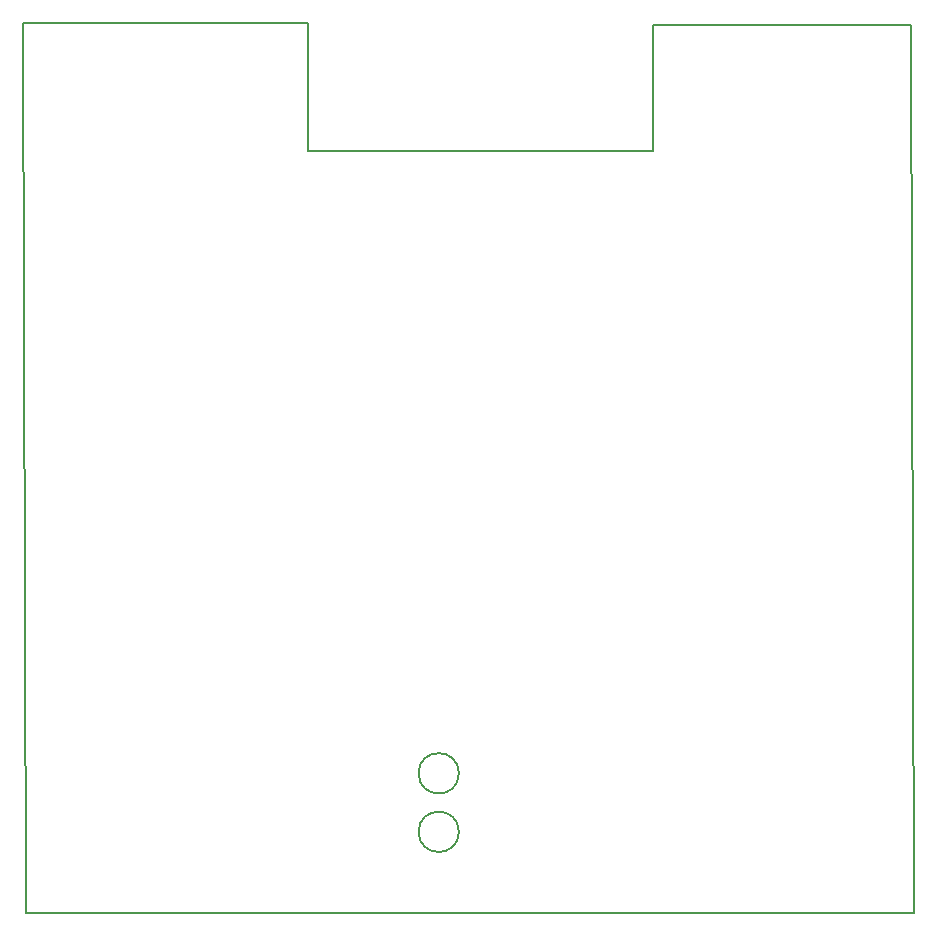
<source format=gbr>
G04 #@! TF.GenerationSoftware,KiCad,Pcbnew,(5.1.8)-1*
G04 #@! TF.CreationDate,2021-05-16T14:51:21+01:00*
G04 #@! TF.ProjectId,jubileev2,6a756269-6c65-4657-9632-2e6b69636164,rev?*
G04 #@! TF.SameCoordinates,Original*
G04 #@! TF.FileFunction,Profile,NP*
%FSLAX46Y46*%
G04 Gerber Fmt 4.6, Leading zero omitted, Abs format (unit mm)*
G04 Created by KiCad (PCBNEW (5.1.8)-1) date 2021-05-16 14:51:21*
%MOMM*%
%LPD*%
G01*
G04 APERTURE LIST*
G04 #@! TA.AperFunction,Profile*
%ADD10C,0.150000*%
G04 #@! TD*
G04 APERTURE END LIST*
D10*
X77273610Y-117475000D02*
G75*
G03*
X77273610Y-117475000I-1708610J0D01*
G01*
X77273610Y-122428000D02*
G75*
G03*
X77273610Y-122428000I-1708610J0D01*
G01*
X64516000Y-53975000D02*
X40386000Y-53975000D01*
X115570000Y-54102000D02*
X93726000Y-54102000D01*
X93726000Y-64770000D02*
X93726000Y-54102000D01*
X64516000Y-64770000D02*
X93726000Y-64770000D01*
X64516000Y-53975000D02*
X64516000Y-64770000D01*
X40640000Y-129286000D02*
X40386000Y-53975000D01*
X115824000Y-129286000D02*
X40640000Y-129286000D01*
X115570000Y-54102000D02*
X115824000Y-129286000D01*
M02*

</source>
